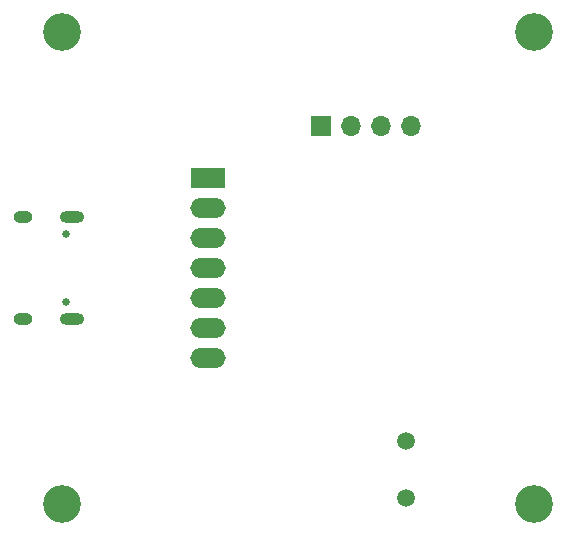
<source format=gbr>
%TF.GenerationSoftware,KiCad,Pcbnew,(5.1.9)-1*%
%TF.CreationDate,2021-09-09T22:45:53+02:00*%
%TF.ProjectId,programmer,70726f67-7261-46d6-9d65-722e6b696361,rev?*%
%TF.SameCoordinates,PX1c9c380PY4c4b400*%
%TF.FileFunction,Soldermask,Bot*%
%TF.FilePolarity,Negative*%
%FSLAX46Y46*%
G04 Gerber Fmt 4.6, Leading zero omitted, Abs format (unit mm)*
G04 Created by KiCad (PCBNEW (5.1.9)-1) date 2021-09-09 22:45:53*
%MOMM*%
%LPD*%
G01*
G04 APERTURE LIST*
%ADD10O,3.000000X1.700000*%
%ADD11R,3.000000X1.700000*%
%ADD12O,1.700000X1.700000*%
%ADD13R,1.700000X1.700000*%
%ADD14O,2.100000X1.000000*%
%ADD15C,0.650000*%
%ADD16O,1.600000X1.000000*%
%ADD17C,3.200000*%
%ADD18C,1.500000*%
G04 APERTURE END LIST*
D10*
%TO.C,J2*%
X17400000Y17380000D03*
X17400000Y22460000D03*
X17400000Y27540000D03*
D11*
X17400000Y32620000D03*
D10*
X17400000Y30080000D03*
X17400000Y25000000D03*
X17400000Y19920000D03*
%TD*%
D12*
%TO.C,J3*%
X34540000Y37000000D03*
X32000000Y37000000D03*
X29460000Y37000000D03*
D13*
X26920000Y37000000D03*
%TD*%
D14*
%TO.C,J1*%
X5880000Y20680000D03*
X5880000Y29320000D03*
D15*
X5350000Y27890000D03*
D16*
X1700000Y29320000D03*
D15*
X5350000Y22110000D03*
D16*
X1700000Y20680000D03*
%TD*%
D17*
%TO.C,REF\u002A\u002A*%
X45000000Y5000000D03*
%TD*%
%TO.C,REF\u002A\u002A*%
X5000000Y5000000D03*
%TD*%
%TO.C,REF\u002A\u002A*%
X45000000Y45000000D03*
%TD*%
%TO.C,REF\u002A\u002A*%
X5000000Y45000000D03*
%TD*%
D18*
%TO.C,Y1*%
X34100000Y5520000D03*
X34100000Y10400000D03*
%TD*%
M02*

</source>
